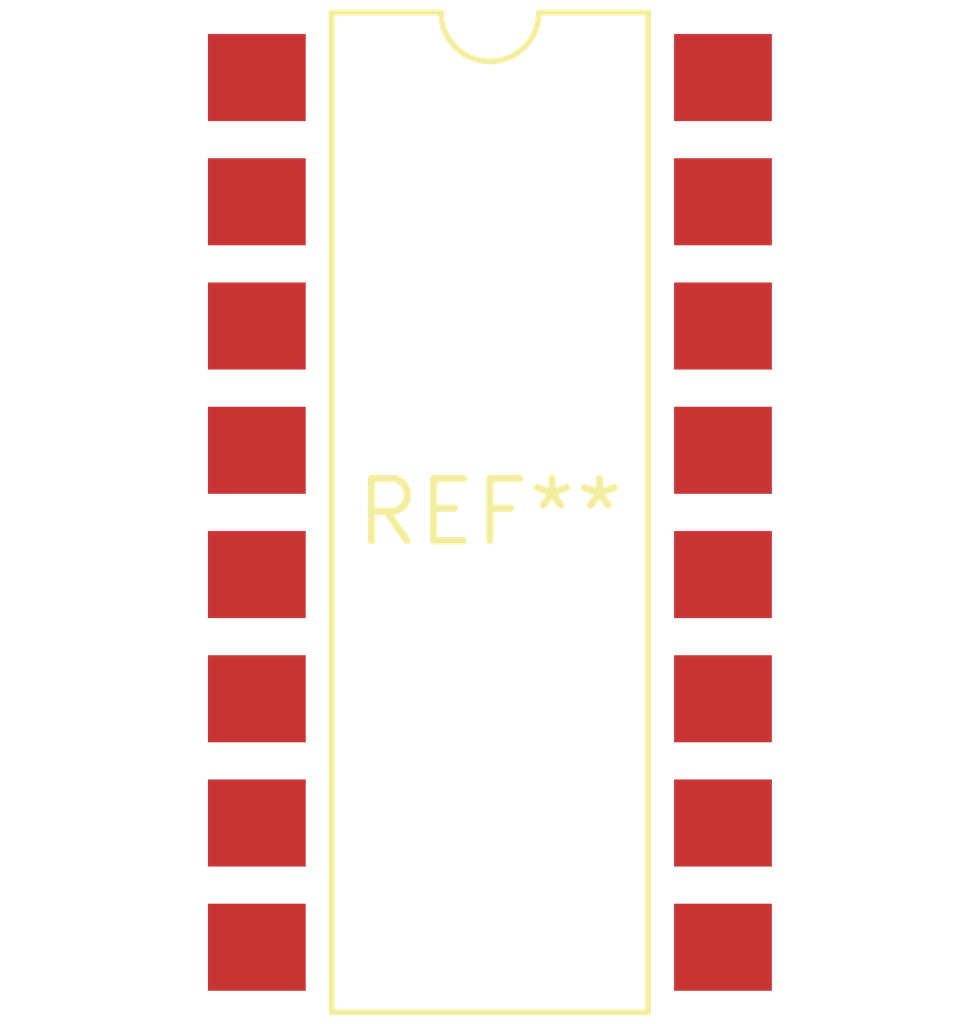
<source format=kicad_pcb>
(kicad_pcb (version 20240108) (generator pcbnew)
  (layers (0 "F.Cu" signal) (31 "B.Cu" signal) (34 "B.Paste" user) (35 "F.Paste" user) (36 "B.SilkS" user "B.Silkscreen") (37 "F.SilkS" user "F.Silkscreen") (38 "B.Mask" user) (39 "F.Mask" user) (44 "Edge.Cuts" user))
  (net 0 "")
  (footprint "SMDIP-16_W9.53mm" (layer "F.Cu") (at 0 0)
    (property "Reference" "REF**")
    (property "Value" "SMDIP-16_W9.53mm")
    (fp_line (start -3.235 -10.22) (end -3.235 10.22) (layer "F.SilkS") (stroke (width 0.12)))
    (fp_line (start -3.235 10.22) (end 3.235 10.22) (layer "F.SilkS") (stroke (width 0.12)))
    (fp_line (start -1 -10.22) (end -3.235 -10.22) (layer "F.SilkS") (stroke (width 0.12)))
    (fp_line (start 3.235 -10.22) (end 1 -10.22) (layer "F.SilkS") (stroke (width 0.12)))
    (fp_line (start 3.235 10.22) (end 3.235 -10.22) (layer "F.SilkS") (stroke (width 0.12)))
    (fp_arc (start 1 -10.22) (mid 0 -9.22) (end -1 -10.22) (layer "F.SilkS") (stroke (width 0.12)))
    (pad "1" smd rect (at -4.765 -8.89) (size 2 1.78) (layers "F.Cu" "F.Paste" "F.Mask"))
    (pad "2" smd rect (at -4.765 -6.35) (size 2 1.78) (layers "F.Cu" "F.Paste" "F.Mask"))
    (pad "3" smd rect (at -4.765 -3.81) (size 2 1.78) (layers "F.Cu" "F.Paste" "F.Mask"))
    (pad "4" smd rect (at -4.765 -1.27) (size 2 1.78) (layers "F.Cu" "F.Paste" "F.Mask"))
    (pad "5" smd rect (at -4.765 1.27) (size 2 1.78) (layers "F.Cu" "F.Paste" "F.Mask"))
    (pad "6" smd rect (at -4.765 3.81) (size 2 1.78) (layers "F.Cu" "F.Paste" "F.Mask"))
    (pad "7" smd rect (at -4.765 6.35) (size 2 1.78) (layers "F.Cu" "F.Paste" "F.Mask"))
    (pad "8" smd rect (at -4.765 8.89) (size 2 1.78) (layers "F.Cu" "F.Paste" "F.Mask"))
    (pad "9" smd rect (at 4.765 8.89) (size 2 1.78) (layers "F.Cu" "F.Paste" "F.Mask"))
    (pad "10" smd rect (at 4.765 6.35) (size 2 1.78) (layers "F.Cu" "F.Paste" "F.Mask"))
    (pad "11" smd rect (at 4.765 3.81) (size 2 1.78) (layers "F.Cu" "F.Paste" "F.Mask"))
    (pad "12" smd rect (at 4.765 1.27) (size 2 1.78) (layers "F.Cu" "F.Paste" "F.Mask"))
    (pad "13" smd rect (at 4.765 -1.27) (size 2 1.78) (layers "F.Cu" "F.Paste" "F.Mask"))
    (pad "14" smd rect (at 4.765 -3.81) (size 2 1.78) (layers "F.Cu" "F.Paste" "F.Mask"))
    (pad "15" smd rect (at 4.765 -6.35) (size 2 1.78) (layers "F.Cu" "F.Paste" "F.Mask"))
    (pad "16" smd rect (at 4.765 -8.89) (size 2 1.78) (layers "F.Cu" "F.Paste" "F.Mask"))
  )
)
</source>
